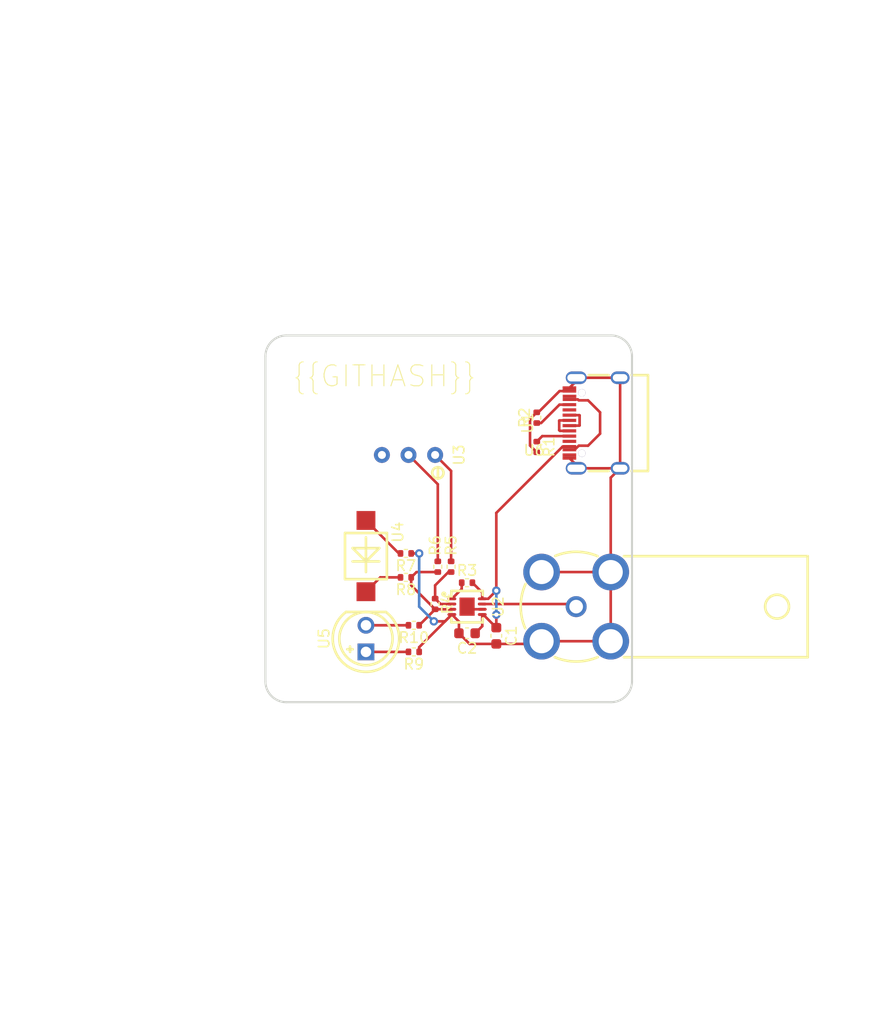
<source format=kicad_pcb>
(kicad_pcb (version 20240108) (generator "pcbnew") (generator_version "8.0")
  (layers (0 "F.Cu" signal) (31 "B.Cu" signal) (34 "B.Paste" user) (35 "F.Paste" user) (36 "B.SilkS" user "B.Silkscreen") (37 "F.SilkS" user "F.Silkscreen") (38 "B.Mask" user) (39 "F.Mask" user) (44 "Edge.Cuts" user))
  (net 0 "")
  (net 1 "usb-gnd")
  (net 2 "dm")
  (net 3 "cc1")
  (net 4 "dp")
  (net 5 "cc2")
  (net 6 "sub2")
  (net 7 "sub1")
  (net 8 "photodiode1-b_t")
  (net 9 "photodiode1-a_t")
  (net 10 "trim_pot-b_t")
  (net 11 "trim_pot-a_t")
  (net 12 "trim_pot.thing-b")
  (net 13 "amp-b")
  (net 14 "out")
  (net 15 "photodiode2-a_t")
  (net 16 "photodiode2-b_t")
  (net 17 "fb")
  (net 18 "sleep")
  (net 19 "vcc")
  (footprint "lib:LFCSP-8_L3.0-W3.0-P0.50-BL-EP-1" (layer "F.Cu") (at 152.146 91.948 -90)
    (property "Reference" "U2" (at 0.004 -2.974 90) (layer "F.SilkS"))
    (property "Value" "?")
    (fp_line (start -1.5 1.5) (end -1.5 -1.5) (stroke (width 0.25)) (layer "F.SilkS"))
    (fp_line (start -1.12 1.5) (end -1.5 1.5) (stroke (width 0.25)) (layer "F.SilkS"))
    (fp_line (start 1.5 1.5) (end 1.13 1.5) (stroke (width 0.25)) (layer "F.SilkS"))
    (fp_line (start -1.5 -1.5) (end -1.12 -1.5) (stroke (width 0.25)) (layer "F.SilkS"))
    (fp_line (start 1.13 -1.5) (end 1.5 -1.5) (stroke (width 0.25)) (layer "F.SilkS"))
    (fp_line (start 1.5 -1.5) (end 1.5 1.5) (stroke (width 0.25)) (layer "F.SilkS"))
    (fp_arc (start -1.19 2.1) (mid -1.204987 2.340313) (end -1.200034 2.099584) (stroke (width 0.25)) (layer "F.SilkS"))
    (pad "1" smd oval (at -0.75 1.45 90) (size 0.28 0.85) (layers "F.Cu" "F.Paste" "F.Mask") (net 18 "sleep"))
    (pad "2" smd oval (at -0.25 1.45 90) (size 0.28 0.85) (layers "F.Cu" "F.Paste" "F.Mask") (net 17 "fb"))
    (pad "3" smd oval (at 0.25 1.45 90) (size 0.28 0.85) (layers "F.Cu" "F.Paste" "F.Mask") (net 13 "amp-b"))
    (pad "4" smd oval (at 0.75 1.45 90) (size 0.28 0.85) (layers "F.Cu" "F.Paste" "F.Mask") (net 1 "usb-gnd"))
    (pad "5" smd oval (at 0.75 -1.45 90) (size 0.28 0.85) (layers "F.Cu" "F.Paste" "F.Mask") (net 19 "vcc"))
    (pad "6" smd oval (at 0.25 -1.45 90) (size 0.28 0.85) (layers "F.Cu" "F.Paste" "F.Mask"))
    (pad "7" smd oval (at -0.25 -1.45 90) (size 0.28 0.85) (layers "F.Cu" "F.Paste" "F.Mask") (net 14 "out"))
    (pad "8" smd oval (at -0.75 -1.45 90) (size 0.28 0.85) (layers "F.Cu" "F.Paste" "F.Mask") (net 19 "vcc"))
    (pad "9" smd rect (at 0 0 270) (size 1.74 1.45) (layers "F.Cu" "F.Paste" "F.Mask"))
  )
  (footprint "lib:R0402" (layer "F.Cu") (at 149.098 91.694 -90)
    (property "Reference" "R4" (at 0 -1.17 90) (layer "F.SilkS"))
    (property "Value" "62.5mW Thick Film Resistors 50V ±100ppm/℃ ±1% 249kΩ 0402  Chip Resistor - Surface Mount ROHS")
    (fp_line (start -0.153641 0.38) (end 0.153641 0.38) (stroke (width 0.12)) (layer "F.SilkS"))
    (fp_line (start -0.153641 -0.38) (end 0.153641 -0.38) (stroke (width 0.12)) (layer "F.SilkS"))
    (pad "1" smd roundrect (at -0.51 0 270) (size 0.54 0.64) (layers "F.Cu" "F.Paste" "F.Mask") (net 17 "fb"))
    (pad "2" smd roundrect (at 0.51 0 270) (size 0.54 0.64) (layers "F.Cu" "F.Paste" "F.Mask") (net 13 "amp-b"))
  )
  (footprint "lib:R0402" (layer "F.Cu") (at 146.302 86.868 180)
    (property "Reference" "R7" (at 0 -1.17 180) (layer "F.SilkS"))
    (property "Value" "62.5mW Thick Film Resistors 50V ±800ppm/℃ ±1% 0Ω 0402  Chip Resistor - Surface Mount ROHS")
    (fp_line (start -0.153641 0.38) (end 0.153641 0.38) (stroke (width 0.12)) (layer "F.SilkS"))
    (fp_line (start -0.153641 -0.38) (end 0.153641 -0.38) (stroke (width 0.12)) (layer "F.SilkS"))
    (pad "1" smd roundrect (at -0.51 0 180) (size 0.54 0.64) (layers "F.Cu" "F.Paste" "F.Mask") (net 1 "usb-gnd"))
    (pad "2" smd roundrect (at 0.51 0 180) (size 0.54 0.64) (layers "F.Cu" "F.Paste" "F.Mask") (net 9 "photodiode1-a_t"))
  )
  (footprint "lib:R0402" (layer "F.Cu") (at 158.8015 76.706 -90)
    (property "Reference" "R1" (at 0 -1.17 90) (layer "F.SilkS"))
    (property "Value" "62.5mW Thick Film Resistors 50V ±100ppm/℃ ±1% 5.1kΩ 0402  Chip Resistor - Surface Mount ROHS")
    (fp_line (start -0.153641 0.38) (end 0.153641 0.38) (stroke (width 0.12)) (layer "F.SilkS"))
    (fp_line (start -0.153641 -0.38) (end 0.153641 -0.38) (stroke (width 0.12)) (layer "F.SilkS"))
    (pad "1" smd roundrect (at -0.51 0 270) (size 0.54 0.64) (layers "F.Cu" "F.Paste" "F.Mask") (net 3 "cc1"))
    (pad "2" smd roundrect (at 0.51 0 270) (size 0.54 0.64) (layers "F.Cu" "F.Paste" "F.Mask") (net 1 "usb-gnd"))
  )
  (footprint "lib:R0402" (layer "F.Cu") (at 150.622 88.136 90)
    (property "Reference" "R5" (at 2.03 0 270) (layer "F.SilkS"))
    (property "Value" "62.5mW Thick Film Resistors 50V ±800ppm/℃ ±1% 0Ω 0402  Chip Resistor - Surface Mount ROHS")
    (fp_line (start -0.153641 -0.38) (end 0.153641 -0.38) (stroke (width 0.12)) (layer "F.SilkS"))
    (fp_line (start -0.153641 0.38) (end 0.153641 0.38) (stroke (width 0.12)) (layer "F.SilkS"))
    (pad "1" smd roundrect (at -0.51 0 90) (size 0.54 0.64) (layers "F.Cu" "F.Paste" "F.Mask") (net 17 "fb"))
    (pad "2" smd roundrect (at 0.51 0 90) (size 0.54 0.64) (layers "F.Cu" "F.Paste" "F.Mask") (net 11 "trim_pot-a_t"))
  )
  (footprint "lib:RES-ADJ-TH_3296W" (layer "F.Cu") (at 146.558 77.47 -90)
    (property "Reference" "U3" (at 0.002 -4.826 90) (layer "F.SilkS"))
    (property "Value" "?")
    (fp_line (start 1.33 -2.81) (end 1.71 -2.81) (stroke (width 0.25)) (layer "F.SilkS"))
    (fp_line (start 1.71 -2.81) (end 2.09 -2.81) (stroke (width 0.25)) (layer "F.SilkS"))
    (fp_line (start 2.09 -2.81) (end 1.71 -2.81) (stroke (width 0.25)) (layer "F.SilkS"))
    (fp_arc (start 2.25 -2.8) (mid 1.170023 -2.795005) (end 2.249908 -2.80999) (stroke (width 0.25)) (layer "F.SilkS"))
    (pad "1" thru_hole circle (at 0 -2.54 180) (size 1.52 1.52) (drill 0.762) (layers "*.Cu" "*.Mask") (net 11 "trim_pot-a_t"))
    (pad "2" thru_hole circle (at 0 0 180) (size 1.52 1.52) (drill 0.762) (layers "*.Cu" "*.Mask") (net 10 "trim_pot-b_t"))
    (pad "3" thru_hole circle (at 0 2.54 180) (size 1.52 1.52) (drill 0.762) (layers "*.Cu" "*.Mask") (net 12 "trim_pot.thing-b"))
  )
  (footprint "lib:C0603" (layer "F.Cu") (at 154.94 94.729 -90)
    (property "Reference" "C1" (at 0 -1.43 90) (layer "F.SilkS"))
    (property "Value" "50V 100nF X7R ±10% 0603  Multilayer Ceramic Capacitors MLCC - SMD/SMT ROHS")
    (fp_line (start -0.14058 0.51) (end 0.14058 0.51) (stroke (width 0.12)) (layer "F.SilkS"))
    (fp_line (start -0.14058 -0.51) (end 0.14058 -0.51) (stroke (width 0.12)) (layer "F.SilkS"))
    (pad "1" smd roundrect (at -0.775 0 270) (size 0.9 0.95) (layers "F.Cu" "F.Paste" "F.Mask") (net 19 "vcc"))
    (pad "2" smd roundrect (at 0.775 0 270) (size 0.9 0.95) (layers "F.Cu" "F.Paste" "F.Mask") (net 1 "usb-gnd"))
  )
  (footprint "lib:SENSOR-SMD_L4.4-W3.9" (layer "F.Cu") (at 142.494 87.122 -90)
    (property "Reference" "U4" (at -2.286 -3.048 90) (layer "F.SilkS"))
    (property "Value" "?")
    (fp_line (start -2.2 2) (end -2.2 -2) (stroke (width 0.25)) (layer "F.SilkS"))
    (fp_line (start 2.2 2) (end -2.2 2) (stroke (width 0.25)) (layer "F.SilkS"))
    (fp_line (start -0.76 1.27) (end 0.51 0) (stroke (width 0.25)) (layer "F.SilkS"))
    (fp_line (start -1.78 0) (end 1.52 0) (stroke (width 0.25)) (layer "F.SilkS"))
    (fp_line (start 0.51 0) (end -0.76 -1.27) (stroke (width 0.25)) (layer "F.SilkS"))
    (fp_line (start -0.76 -1.27) (end -0.76 1.27) (stroke (width 0.25)) (layer "F.SilkS"))
    (fp_line (start 0.51 -1.27) (end 0.51 1.27) (stroke (width 0.25)) (layer "F.SilkS"))
    (fp_line (start -2.2 -2) (end 2.2 -2) (stroke (width 0.25)) (layer "F.SilkS"))
    (fp_line (start 2.2 -2) (end 2.2 2) (stroke (width 0.25)) (layer "F.SilkS"))
    (pad "1" smd rect (at -3.4 0 270) (size 1.8 1.8) (layers "F.Cu" "F.Paste" "F.Mask") (net 9 "photodiode1-a_t"))
    (pad "2" smd rect (at 3.4 0 270) (size 1.8 1.8) (layers "F.Cu" "F.Paste" "F.Mask") (net 8 "photodiode1-b_t"))
  )
  (footprint "lib:BNC-TH_DOSIN-801-0051" (layer "F.Cu") (at 162.562 91.946)
    (property "Reference" "U6" (at -4.0125 -14.92 0) (layer "F.SilkS"))
    (property "Value" "?")
    (fp_line (start 4.56 -4.82) (end 22.1 -4.82) (stroke (width 0.25)) (layer "F.SilkS"))
    (fp_line (start 22.1 -4.82) (end 22.1 4.83) (stroke (width 0.25)) (layer "F.SilkS"))
    (fp_line (start 22.1 4.83) (end 4.56 4.83) (stroke (width 0.25)) (layer "F.SilkS"))
    (fp_arc (start -4.87 2.06) (mid -5.291485 -0.054517) (end -4.834483 -2.161644) (stroke (width 0.25)) (layer "F.SilkS"))
    (fp_arc (start -1.99 -4.84) (mid 0.024171 -5.233079) (end 2.034625 -4.821411) (stroke (width 0.25)) (layer "F.SilkS"))
    (fp_arc (start 2.05 4.82) (mid 0.008046 5.237031) (end -2.035178 4.826264) (stroke (width 0.25)) (layer "F.SilkS"))
    (fp_circle (center 19.18 0) (end 20.32 0) (stroke (width 0.25)) (fill none) (layer "F.SilkS"))
    (pad "1" thru_hole circle (at -3.3 3.3) (size 3.5 3.5) (drill 2.300021) (layers "*.Cu" "*.Mask") (net 1 "usb-gnd"))
    (pad "2" thru_hole circle (at -3.3 -3.3) (size 3.5 3.5) (drill 2.300021) (layers "*.Cu" "*.Mask") (net 1 "usb-gnd"))
    (pad "3" thru_hole circle (at 3.3 -3.3) (size 3.5 3.5) (drill 2.300021) (layers "*.Cu" "*.Mask") (net 1 "usb-gnd"))
    (pad "4" thru_hole circle (at 3.3 3.3) (size 3.5 3.5) (drill 2.300021) (layers "*.Cu" "*.Mask") (net 1 "usb-gnd"))
    (pad "5" thru_hole circle (at 0 0) (size 2 2) (drill 1.300023) (layers "*.Cu" "*.Mask") (net 14 "out"))
  )
  (footprint "lib:USB-C-SMD_KH-TYPE-C-16P" (layer "F.Cu") (at 164.338 74.422 90)
    (property "Reference" "U1" (at 0 -6.42 270) (layer "F.SilkS"))
    (property "Value" "?")
    (fp_line (start -4.58 -0.57) (end -4.58 1.32) (stroke (width 0.25)) (layer "F.SilkS"))
    (fp_line (start 4.57 1.32) (end 4.57 -0.57) (stroke (width 0.25)) (layer "F.SilkS"))
    (fp_line (start -4.58 3.51) (end -4.58 5.08) (stroke (width 0.25)) (layer "F.SilkS"))
    (fp_line (start 4.57 5.08) (end 4.57 3.51) (stroke (width 0.25)) (layer "F.SilkS"))
    (fp_line (start -4.58 5.08) (end 4.57 5.08) (stroke (width 0.25)) (layer "F.SilkS"))
    (pad "" thru_hole circle (at -2.89 -1.23 90) (size 0.7 0.7) (drill 0.7) (layers "*.Cu" "*.Mask"))
    (pad "" thru_hole circle (at 2.89 -1.23 90) (size 0.7 0.7) (drill 0.7) (layers "*.Cu" "*.Mask"))
    (pad "1" thru_hole oval (at -4.32 -1.77 90) (size 1.2 2) (drill oval 0.700024 1.699997) (layers "*.Cu" "*.Mask") (net 1 "usb-gnd"))
    (pad "2" thru_hole oval (at 4.32 -1.77 90) (size 1.2 2) (drill oval 0.700024 1.699997) (layers "*.Cu" "*.Mask") (net 1 "usb-gnd"))
    (pad "3" thru_hole oval (at -4.32 2.42 90) (size 1.2 1.8) (drill oval 0.700024 1.399997) (layers "*.Cu" "*.Mask") (net 1 "usb-gnd"))
    (pad "4" thru_hole oval (at 4.32 2.42 90) (size 1.2 1.8) (drill oval 0.700024 1.399997) (layers "*.Cu" "*.Mask") (net 1 "usb-gnd"))
    (pad "A1" smd rect (at -3.35 -2.42 90) (size 0.3 1.3) (layers "F.Cu" "F.Paste" "F.Mask") (net 1 "usb-gnd"))
    (pad "A4" smd rect (at -2.55 -2.42 90) (size 0.3 1.3) (layers "F.Cu" "F.Paste" "F.Mask") (net 19 "vcc"))
    (pad "A5" smd rect (at -1.25 -2.42 90) (size 0.3 1.3) (layers "F.Cu" "F.Paste" "F.Mask") (net 3 "cc1"))
    (pad "A6" smd rect (at -0.25 -2.42 90) (size 0.3 1.3) (layers "F.Cu" "F.Paste" "F.Mask") (net 4 "dp"))
    (pad "A7" smd rect (at 0.25 -2.42 90) (size 0.3 1.3) (layers "F.Cu" "F.Paste" "F.Mask") (net 2 "dm"))
    (pad "A8" smd rect (at 1.25 -2.42 90) (size 0.3 1.3) (layers "F.Cu" "F.Paste" "F.Mask") (net 7 "sub1"))
    (pad "A9" smd rect (at 2.55 -2.41 90) (size 0.3 1.3) (layers "F.Cu" "F.Paste" "F.Mask") (net 19 "vcc"))
    (pad "A12" smd rect (at 3.35 -2.42 90) (size 0.3 1.3) (layers "F.Cu" "F.Paste" "F.Mask") (net 1 "usb-gnd"))
    (pad "B1" smd rect (at 3.05 -2.42 90) (size 0.3 1.3) (layers "F.Cu" "F.Paste" "F.Mask") (net 1 "usb-gnd"))
    (pad "B4" smd rect (at 2.25 -2.41 90) (size 0.3 1.3) (layers "F.Cu" "F.Paste" "F.Mask") (net 19 "vcc"))
    (pad "B5" smd rect (at 1.75 -2.42 90) (size 0.3 1.3) (layers "F.Cu" "F.Paste" "F.Mask") (net 5 "cc2"))
    (pad "B6" smd rect (at 0.75 -2.42 90) (size 0.3 1.3) (layers "F.Cu" "F.Paste" "F.Mask") (net 4 "dp"))
    (pad "B7" smd rect (at -0.75 -2.42 90) (size 0.3 1.3) (layers "F.Cu" "F.Paste" "F.Mask") (net 2 "dm"))
    (pad "B8" smd rect (at -1.75 -2.42 90) (size 0.3 1.3) (layers "F.Cu" "F.Paste" "F.Mask") (net 6 "sub2"))
    (pad "B9" smd rect (at -2.25 -2.42 90) (size 0.3 1.3) (layers "F.Cu" "F.Paste" "F.Mask") (net 19 "vcc"))
    (pad "B12" smd rect (at -3.05 -2.42 90) (size 0.3 1.3) (layers "F.Cu" "F.Paste" "F.Mask") (net 1 "usb-gnd"))
  )
  (footprint "lib:R0402" (layer "F.Cu") (at 149.352 88.136 90)
    (property "Reference" "R6" (at 2.03 -0.254 270) (layer "F.SilkS"))
    (property "Value" "62.5mW Thick Film Resistors 50V ±800ppm/℃ ±1% 0Ω 0402  Chip Resistor - Surface Mount ROHS")
    (fp_line (start -0.153641 -0.38) (end 0.153641 -0.38) (stroke (width 0.12)) (layer "F.SilkS"))
    (fp_line (start -0.153641 0.38) (end 0.153641 0.38) (stroke (width 0.12)) (layer "F.SilkS"))
    (pad "1" smd roundrect (at -0.51 0 90) (size 0.54 0.64) (layers "F.Cu" "F.Paste" "F.Mask") (net 13 "amp-b"))
    (pad "2" smd roundrect (at 0.51 0 90) (size 0.54 0.64) (layers "F.Cu" "F.Paste" "F.Mask") (net 10 "trim_pot-b_t"))
  )
  (footprint "lib:R0402" (layer "F.Cu") (at 152.146 89.662)
    (property "Reference" "R3" (at 0 -1.17 360) (layer "F.SilkS"))
    (property "Value" "62.5mW Thick Film Resistors 50V ±100ppm/℃ ±1% 10kΩ 0402  Chip Resistor - Surface Mount ROHS")
    (fp_line (start -0.153641 -0.38) (end 0.153641 -0.38) (stroke (width 0.12)) (layer "F.SilkS"))
    (fp_line (start -0.153641 0.38) (end 0.153641 0.38) (stroke (width 0.12)) (layer "F.SilkS"))
    (pad "1" smd roundrect (at -0.51 0) (size 0.54 0.64) (layers "F.Cu" "F.Paste" "F.Mask") (net 18 "sleep"))
    (pad "2" smd roundrect (at 0.51 0) (size 0.54 0.64) (layers "F.Cu" "F.Paste" "F.Mask") (net 19 "vcc"))
  )
  (footprint "lib:R0402" (layer "F.Cu") (at 147.064 96.266 180)
    (property "Reference" "R9" (at 0 -1.17 180) (layer "F.SilkS"))
    (property "Value" "62.5mW Thick Film Resistors 50V ±800ppm/℃ ±1% 0Ω 0402  Chip Resistor - Surface Mount ROHS")
    (fp_line (start -0.153641 0.38) (end 0.153641 0.38) (stroke (width 0.12)) (layer "F.SilkS"))
    (fp_line (start -0.153641 -0.38) (end 0.153641 -0.38) (stroke (width 0.12)) (layer "F.SilkS"))
    (pad "1" smd roundrect (at -0.51 0 180) (size 0.54 0.64) (layers "F.Cu" "F.Paste" "F.Mask") (net 1 "usb-gnd"))
    (pad "2" smd roundrect (at 0.51 0 180) (size 0.54 0.64) (layers "F.Cu" "F.Paste" "F.Mask") (net 15 "photodiode2-a_t"))
  )
  (footprint "lib:R0402" (layer "F.Cu") (at 147.064 93.726 180)
    (property "Reference" "R10" (at 0 -1.17 180) (layer "F.SilkS"))
    (property "Value" "62.5mW Thick Film Resistors 50V ±800ppm/℃ ±1% 0Ω 0402  Chip Resistor - Surface Mount ROHS")
    (fp_line (start -0.153641 0.38) (end 0.153641 0.38) (stroke (width 0.12)) (layer "F.SilkS"))
    (fp_line (start -0.153641 -0.38) (end 0.153641 -0.38) (stroke (width 0.12)) (layer "F.SilkS"))
    (pad "1" smd roundrect (at -0.51 0 180) (size 0.54 0.64) (layers "F.Cu" "F.Paste" "F.Mask") (net 13 "amp-b"))
    (pad "2" smd roundrect (at 0.51 0 180) (size 0.54 0.64) (layers "F.Cu" "F.Paste" "F.Mask") (net 16 "photodiode2-b_t"))
  )
  (footprint "lib:R0402" (layer "F.Cu") (at 146.304 89.154 180)
    (property "Reference" "R8" (at 0 -1.17 180) (layer "F.SilkS"))
    (property "Value" "62.5mW Thick Film Resistors 50V ±800ppm/℃ ±1% 0Ω 0402  Chip Resistor - Surface Mount ROHS")
    (fp_line (start -0.153641 0.38) (end 0.153641 0.38) (stroke (width 0.12)) (layer "F.SilkS"))
    (fp_line (start -0.153641 -0.38) (end 0.153641 -0.38) (stroke (width 0.12)) (layer "F.SilkS"))
    (pad "1" smd roundrect (at -0.51 0 180) (size 0.54 0.64) (layers "F.Cu" "F.Paste" "F.Mask") (net 13 "amp-b"))
    (pad "2" smd roundrect (at 0.51 0 180) (size 0.54 0.64) (layers "F.Cu" "F.Paste" "F.Mask") (net 8 "photodiode1-b_t"))
  )
  (footprint "lib:C0603" (layer "F.Cu") (at 152.146 94.488 180)
    (property "Reference" "C2" (at 0 -1.43 180) (layer "F.SilkS"))
    (property "Value" "50V 100nF X7R ±10% 0603  Multilayer Ceramic Capacitors MLCC - SMD/SMT ROHS")
    (fp_line (start -0.14058 0.51) (end 0.14058 0.51) (stroke (width 0.12)) (layer "F.SilkS"))
    (fp_line (start -0.14058 -0.51) (end 0.14058 -0.51) (stroke (width 0.12)) (layer "F.SilkS"))
    (pad "1" smd roundrect (at -0.775 0 180) (size 0.9 0.95) (layers "F.Cu" "F.Paste" "F.Mask") (net 19 "vcc"))
    (pad "2" smd roundrect (at 0.775 0 180) (size 0.9 0.95) (layers "F.Cu" "F.Paste" "F.Mask") (net 1 "usb-gnd"))
  )
  (footprint "lib:LED-TH_BD5.8-P2.54-FD" (layer "F.Cu") (at 142.494 94.996 90)
    (property "Reference" "U5" (at 0 -4 270) (layer "F.SilkS"))
    (property "Value" "?")
    (fp_line (start -1.02 -1.78) (end -1.02 -1.27) (stroke (width 0.25)) (layer "F.SilkS"))
    (fp_line (start -1.27 -1.52) (end -0.76 -1.52) (stroke (width 0.25)) (layer "F.SilkS"))
    (fp_line (start 2.54 1.9) (end 2.54 -1.9) (stroke (width 0.25)) (layer "F.SilkS"))
    (fp_arc (start 2.538185 1.902424) (mid -3.172002 -0.001514) (end 2.54 -1.9) (stroke (width 0.25)) (layer "F.SilkS"))
    (fp_circle (center 0 0) (end 2.54 0) (stroke (width 0.25)) (fill none) (layer "F.SilkS"))
    (pad "1" thru_hole rect (at -1.27 0 90) (size 1.6 1.6) (drill 0.999998) (layers "*.Cu" "*.Mask") (net 15 "photodiode2-a_t"))
    (pad "2" thru_hole circle (at 1.27 0 90) (size 1.6 1.6) (drill 0.999998) (layers "*.Cu" "*.Mask") (net 16 "photodiode2-b_t"))
  )
  (footprint "lib:R0402" (layer "F.Cu") (at 158.8015 73.914 90)
    (property "Reference" "R2" (at 0 -1.17 270) (layer "F.SilkS"))
    (property "Value" "62.5mW Thick Film Resistors 50V ±100ppm/℃ ±1% 5.1kΩ 0402  Chip Resistor - Surface Mount ROHS")
    (fp_line (start -0.153641 -0.38) (end 0.153641 -0.38) (stroke (width 0.12)) (layer "F.SilkS"))
    (fp_line (start -0.153641 0.38) (end 0.153641 0.38) (stroke (width 0.12)) (layer "F.SilkS"))
    (pad "1" smd roundrect (at -0.51 0 90) (size 0.54 0.64) (layers "F.Cu" "F.Paste" "F.Mask") (net 5 "cc2"))
    (pad "2" smd roundrect (at 0.51 0 90) (size 0.54 0.64) (layers "F.Cu" "F.Paste" "F.Mask") (net 1 "usb-gnd"))
  )
  (gr_arc (start 165.894 66.066) (mid 167.308214 66.651786) (end 167.894 68.066) (stroke (width 0.2)) (layer "Edge.Cuts"))
  (gr_line (start 165.894 66.066) (end 134.893998 66.066) (stroke (width 0.2)) (layer "Edge.Cuts"))
  (gr_line (start 167.894 99.066) (end 167.894 68.066) (stroke (width 0.2)) (layer "Edge.Cuts"))
  (gr_arc (start 132.894 68.065998) (mid 133.479786 66.651786) (end 134.893998 66.066) (stroke (width 0.2)) (layer "Edge.Cuts"))
  (gr_line (start 132.894 68.065998) (end 132.894 99.066002) (stroke (width 0.2)) (layer "Edge.Cuts"))
  (gr_line (start 134.893998 101.066) (end 165.894 101.066) (stroke (width 0.2)) (layer "Edge.Cuts"))
  (gr_arc (start 167.894 99.066) (mid 167.308214 100.480214) (end 165.894 101.066) (stroke (width 0.2)) (layer "Edge.Cuts"))
  (gr_arc (start 134.893998 101.066) (mid 133.479786 100.480214) (end 132.894 99.066002) (stroke (width 0.2)) (layer "Edge.Cuts"))
  (gr_text "{{GITHASH}}" (at 135.382 71.12 -0) (layer "F.SilkS") (effects (font (size 2 2) (thickness 0.1)) (justify left bottom)))
  (segment (start 152.396 92.198) (end 152.146 91.948) (width 0.25) (layer "F.Cu") (net 0))
  (segment (start 153.596 92.198) (end 152.396 92.198) (width 0.25) (layer "F.Cu") (net 0))
  (segment (start 146.812 86.868) (end 147.574 86.868) (width 0.25) (layer "F.Cu") (net 1))
  (segment (start 150.043347 93.350653) (end 150.696 92.698) (width 0.25) (layer "F.Cu") (net 1))
  (segment (start 160.978 71.372) (end 158.946 73.404) (width 0.25) (layer "F.Cu") (net 1))
  (segment (start 147.574 96.266) (end 147.574 95.82) (width 0.25) (layer "F.Cu") (net 1))
  (segment (start 151.371 94.488) (end 151.371 93.373) (width 0.25) (layer "F.Cu") (net 1))
  (segment (start 165.862 88.646) (end 165.862 79.638) (width 0.25) (layer "F.Cu") (net 1))
  (segment (start 154.94 95.504) (end 159.004 95.504) (width 0.25) (layer "F.Cu") (net 1))
  (segment (start 165.862 79.638) (end 166.758 78.742) (width 0.25) (layer "F.Cu") (net 1))
  (segment (start 148.976653 93.350653) (end 150.043347 93.350653) (width 0.25) (layer "F.Cu") (net 1))
  (segment (start 147.574 95.82) (end 150.696 92.698) (width 0.25) (layer "F.Cu") (net 1))
  (segment (start 165.862 88.646) (end 159.262 88.646) (width 0.25) (layer "F.Cu") (net 1))
  (segment (start 162.568 70.422) (end 161.918 71.072) (width 0.25) (layer "F.Cu") (net 1))
  (segment (start 158.1565 74.049) (end 158.8015 73.404) (width 0.25) (layer "F.Cu") (net 1))
  (segment (start 158.1565 76.571) (end 158.1565 74.049) (width 0.25) (layer "F.Cu") (net 1))
  (segment (start 166.758 78.742) (end 162.568 78.742) (width 0.25) (layer "F.Cu") (net 1))
  (segment (start 166.758 70.102) (end 162.568 70.102) (width 0.25) (layer "F.Cu") (net 1))
  (segment (start 161.918 71.372) (end 160.978 71.372) (width 0.25) (layer "F.Cu") (net 1))
  (segment (start 162.568 70.102) (end 162.568 70.422) (width 0.25) (layer "F.Cu") (net 1))
  (segment (start 166.758 70.102) (end 166.758 78.742) (width 0.25) (layer "F.Cu") (net 1))
  (segment (start 158.8015 77.216) (end 158.1565 76.571) (width 0.25) (layer "F.Cu") (net 1))
  (segment (start 151.371 93.373) (end 150.696 92.698) (width 0.25) (layer "F.Cu") (net 1))
  (segment (start 152.387 95.504) (end 151.371 94.488) (width 0.25) (layer "F.Cu") (net 1))
  (segment (start 162.568 78.422) (end 161.918 77.772) (width 0.25) (layer "F.Cu") (net 1))
  (segment (start 165.862 95.246) (end 165.862 88.646) (width 0.25) (layer "F.Cu") (net 1))
  (segment (start 162.568 78.742) (end 162.568 78.422) (width 0.25) (layer "F.Cu") (net 1))
  (segment (start 159.262 95.246) (end 165.862 95.246) (width 0.25) (layer "F.Cu") (net 1))
  (segment (start 154.94 95.504) (end 152.387 95.504) (width 0.25) (layer "F.Cu") (net 1))
  (segment (start 159.004 95.504) (end 159.262 95.246) (width 0.25) (layer "F.Cu") (net 1))
  (segment (start 158.946 73.404) (end 158.8015 73.404) (width 0.25) (layer "F.Cu") (net 1))
  (via (at 148.976653 93.350653) (size 0.8) (drill 0.4) (layers "F.Cu" "B.Cu") (net 1))
  (via (at 147.574 86.868) (size 0.8) (drill 0.4) (layers "F.Cu" "B.Cu") (net 1))
  (segment (start 147.574 91.948) (end 148.976653 93.350653) (width 0.25) (layer "B.Cu") (net 1))
  (segment (start 147.574 86.868) (end 147.574 91.948) (width 0.25) (layer "B.Cu") (net 1))
  (segment (start 160.943 74.197) (end 160.943 75.104) (width 0.25) (layer "F.Cu") (net 2))
  (segment (start 161.011 75.172) (end 161.918 75.172) (width 0.25) (layer "F.Cu") (net 2))
  (segment (start 160.968 74.172) (end 160.943 74.197) (width 0.25) (layer "F.Cu") (net 2))
  (segment (start 160.943 75.104) (end 161.011 75.172) (width 0.25) (layer "F.Cu") (net 2))
  (segment (start 161.918 74.172) (end 160.968 74.172) (width 0.25) (layer "F.Cu") (net 2))
  (segment (start 158.8015 76.196) (end 159.3255 75.672) (width 0.25) (layer "F.Cu") (net 3))
  (segment (start 159.3255 75.672) (end 161.918 75.672) (width 0.25) (layer "F.Cu") (net 3))
  (segment (start 162.868 74.672) (end 161.918 74.672) (width 0.25) (layer "F.Cu") (net 4))
  (segment (start 162.893 74.647) (end 162.868 74.672) (width 0.25) (layer "F.Cu") (net 4))
  (segment (start 162.868 73.672) (end 162.893 73.697) (width 0.25) (layer "F.Cu") (net 4))
  (segment (start 161.918 73.672) (end 162.868 73.672) (width 0.25) (layer "F.Cu") (net 4))
  (segment (start 162.893 73.697) (end 162.893 74.647) (width 0.25) (layer "F.Cu") (net 4))
  (segment (start 159.216 74.424) (end 158.8015 74.424) (width 0.25) (layer "F.Cu") (net 5))
  (segment (start 161.918 72.672) (end 160.968 72.672) (width 0.25) (layer "F.Cu") (net 5))
  (segment (start 160.968 72.672) (end 159.216 74.424) (width 0.25) (layer "F.Cu") (net 5))
  (segment (start 143.862 89.154) (end 142.494 90.522) (width 0.25) (layer "F.Cu") (net 8))
  (segment (start 145.794 89.154) (end 143.862 89.154) (width 0.25) (layer "F.Cu") (net 8))
  (segment (start 145.64 86.868) (end 142.494 83.722) (width 0.25) (layer "F.Cu") (net 9))
  (segment (start 145.792 86.868) (end 145.64 86.868) (width 0.25) (layer "F.Cu") (net 9))
  (segment (start 149.352 87.626) (end 149.352 80.264) (width 0.25) (layer "F.Cu") (net 10))
  (segment (start 149.352 80.264) (end 146.558 77.47) (width 0.25) (layer "F.Cu") (net 10))
  (segment (start 149.098 77.47) (end 150.622 78.994) (width 0.25) (layer "F.Cu") (net 11))
  (segment (start 150.622 78.994) (end 150.622 87.626) (width 0.25) (layer "F.Cu") (net 11))
  (segment (start 149.352 88.646) (end 147.322 88.646) (width 0.25) (layer "F.Cu") (net 13))
  (segment (start 147.576 93.726) (end 149.098 92.204) (width 0.25) (layer "F.Cu") (net 13))
  (segment (start 146.814 89.92) (end 146.814 89.154) (width 0.25) (layer "F.Cu") (net 13))
  (segment (start 150.696 92.198) (end 149.104 92.198) (width 0.25) (layer "F.Cu") (net 13))
  (segment (start 147.322 88.646) (end 146.814 89.154) (width 0.25) (layer "F.Cu") (net 13))
  (segment (start 149.098 92.204) (end 146.814 89.92) (width 0.25) (layer "F.Cu") (net 13))
  (segment (start 149.104 92.198) (end 149.098 92.204) (width 0.25) (layer "F.Cu") (net 13))
  (segment (start 147.574 93.726) (end 147.576 93.726) (width 0.25) (layer "F.Cu") (net 13))
  (segment (start 153.596 91.698) (end 162.314 91.698) (width 0.25) (layer "F.Cu") (net 14))
  (segment (start 162.314 91.698) (end 162.562 91.946) (width 0.25) (layer "F.Cu") (net 14))
  (segment (start 146.554 96.266) (end 142.494 96.266) (width 0.25) (layer "F.Cu") (net 15))
  (segment (start 142.494 93.726) (end 146.554 93.726) (width 0.25) (layer "F.Cu") (net 16))
  (segment (start 150.368 88.646) (end 149.098 89.916) (width 0.25) (layer "F.Cu") (net 17))
  (segment (start 149.098 89.916) (end 149.098 91.184) (width 0.25) (layer "F.Cu") (net 17))
  (segment (start 149.612 91.698) (end 149.098 91.184) (width 0.25) (layer "F.Cu") (net 17))
  (segment (start 150.696 91.698) (end 149.612 91.698) (width 0.25) (layer "F.Cu") (net 17))
  (segment (start 150.622 88.646) (end 150.368 88.646) (width 0.25) (layer "F.Cu") (net 17))
  (segment (start 151.636 89.662) (end 151.636 90.258) (width 0.25) (layer "F.Cu") (net 18))
  (segment (start 151.636 90.258) (end 150.696 91.198) (width 0.25) (layer "F.Cu") (net 18))
  (segment (start 153.596 92.698) (end 153.684 92.698) (width 0.25) (layer "F.Cu") (net 19))
  (segment (start 162.807695 76.587) (end 163.697 76.587) (width 0.25) (layer "F.Cu") (net 19))
  (segment (start 154.166 91.198) (end 154.94 90.424) (width 0.25) (layer "F.Cu") (net 19))
  (segment (start 164.846 73.406) (end 163.697 72.257) (width 0.25) (layer "F.Cu") (net 19))
  (segment (start 153.684 92.698) (end 154.94 93.954) (width 0.25) (layer "F.Cu") (net 19))
  (segment (start 162.422695 76.972) (end 162.807695 76.587) (width 0.25) (layer "F.Cu") (net 19))
  (segment (start 163.697 72.257) (end 162.807695 72.257) (width 0.25) (layer "F.Cu") (net 19))
  (segment (start 162.807695 72.257) (end 162.722695 72.172) (width 0.25) (layer "F.Cu") (net 19))
  (segment (start 153.596 91.198) (end 153.596 90.602) (width 0.25) (layer "F.Cu") (net 19))
  (segment (start 153.596 91.198) (end 154.166 91.198) (width 0.25) (layer "F.Cu") (net 19))
  (segment (start 154.94 83) (end 161.268 76.672) (width 0.25) (layer "F.Cu") (net 19))
  (segment (start 163.697 76.587) (end 164.846 75.438) (width 0.25) (layer "F.Cu") (net 19))
  (segment (start 153.596 92.698) (end 153.596 93.813) (width 0.25) (layer "F.Cu") (net 19))
  (segment (start 153.596 90.602) (end 152.656 89.662) (width 0.25) (layer "F.Cu") (net 19))
  (segment (start 161.268 76.672) (end 161.918 76.672) (width 0.25) (layer "F.Cu") (net 19))
  (segment (start 154.94 90.424) (end 154.94 83) (width 0.25) (layer "F.Cu") (net 19))
  (segment (start 164.846 75.438) (end 164.846 73.406) (width 0.25) (layer "F.Cu") (net 19))
  (segment (start 162.722695 72.172) (end 161.928 72.172) (width 0.25) (layer "F.Cu") (net 19))
  (segment (start 154.94 93.954) (end 154.94 92.71) (width 0.25) (layer "F.Cu") (net 19))
  (segment (start 153.596 93.813) (end 152.921 94.488) (width 0.25) (layer "F.Cu") (net 19))
  (segment (start 161.918 76.972) (end 162.422695 76.972) (width 0.25) (layer "F.Cu") (net 19))
  (via (at 154.94 92.71) (size 0.8) (drill 0.4) (layers "F.Cu" "B.Cu") (net 19))
  (via (at 154.94 90.424) (size 0.8) (drill 0.4) (layers "F.Cu" "B.Cu") (net 19))
  (segment (start 154.94 92.71) (end 154.94 90.424) (width 0.25) (layer "B.Cu") (net 19))
)
</source>
